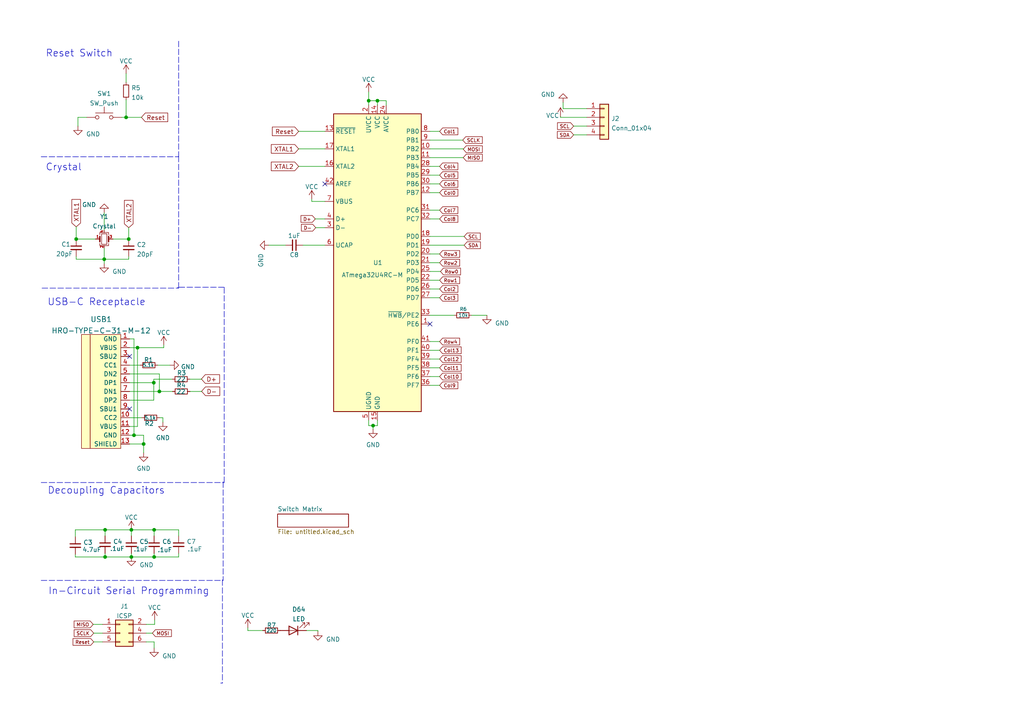
<source format=kicad_sch>
(kicad_sch (version 20211123) (generator eeschema)
  (paper "A4")
  (lib_symbols
    (symbol "Connector_Generic:Conn_01x04" (pin_names (offset 1.016) hide)
      (property "Reference" "J" (at 0 5.08 0))
      (property "Value" "Conn_01x04" (at 0 -7.62 0))
      (symbol "Conn_01x04_1_1"
        (rectangle (start -1.27 -4.953) (end 0 -5.207) (stroke (width 0.1524)))
        (rectangle (start -1.27 -2.413) (end 0 -2.667) (stroke (width 0.1524)))
        (rectangle (start -1.27 0.127) (end 0 -0.127) (stroke (width 0.1524)))
        (rectangle (start -1.27 2.667) (end 0 2.413) (stroke (width 0.1524)))
        (rectangle (start -1.27 3.81) (end 1.27 -6.35) (stroke (width 0.254)) (fill (type background)))
        (pin passive line (at -5.08 2.54 0) (length 3.81) (name "Pin_1") (number "1"))
        (pin passive line (at -5.08 0 0) (length 3.81) (name "Pin_2") (number "2"))
        (pin passive line (at -5.08 -2.54 0) (length 3.81) (name "Pin_3") (number "3"))
        (pin passive line (at -5.08 -5.08 0) (length 3.81) (name "Pin_4") (number "4"))
      )
    )
    (symbol "Connector_Generic:Conn_02x03_Odd_Even" (pin_names (offset 1.016) hide)
      (property "Reference" "J" (at 1.27 5.08 0))
      (property "Value" "Conn_02x03_Odd_Even" (at 1.27 -5.08 0))
      (symbol "Conn_02x03_Odd_Even_1_1"
        (rectangle (start -1.27 -2.413) (end 0 -2.667) (stroke (width 0.1524)))
        (rectangle (start -1.27 0.127) (end 0 -0.127) (stroke (width 0.1524)))
        (rectangle (start -1.27 2.667) (end 0 2.413) (stroke (width 0.1524)))
        (rectangle (start -1.27 3.81) (end 3.81 -3.81) (stroke (width 0.254)) (fill (type background)))
        (rectangle (start 3.81 -2.413) (end 2.54 -2.667) (stroke (width 0.1524)))
        (rectangle (start 3.81 0.127) (end 2.54 -0.127) (stroke (width 0.1524)))
        (rectangle (start 3.81 2.667) (end 2.54 2.413) (stroke (width 0.1524)))
        (pin passive line (at -5.08 2.54 0) (length 3.81) (name "Pin_1") (number "1"))
        (pin passive line (at 7.62 2.54 180) (length 3.81) (name "Pin_2") (number "2"))
        (pin passive line (at -5.08 0 0) (length 3.81) (name "Pin_3") (number "3"))
        (pin passive line (at 7.62 0 180) (length 3.81) (name "Pin_4") (number "4"))
        (pin passive line (at -5.08 -2.54 0) (length 3.81) (name "Pin_5") (number "5"))
        (pin passive line (at 7.62 -2.54 180) (length 3.81) (name "Pin_6") (number "6"))
      )
    )
    (symbol "Device:C_Small" (pin_numbers hide) (pin_names (offset 0.254) hide)
      (property "Reference" "C" (at 0.254 1.778 0))
      (property "Value" "C_Small" (at 0.254 -2.032 0))
      (symbol "C_Small_0_1"
        (polyline (pts (xy -1.524 -0.508) (xy 1.524 -0.508)) (stroke (width 0.3302)))
        (polyline (pts (xy -1.524 0.508) (xy 1.524 0.508)) (stroke (width 0.3048)))
      )
      (symbol "C_Small_1_1"
        (pin passive line (at 0 2.54 270) (length 2.032) (name "~") (number "1"))
        (pin passive line (at 0 -2.54 90) (length 2.032) (name "~") (number "2"))
      )
    )
    (symbol "Device:Crystal_GND24_Small" (pin_names (offset 1.016) hide)
      (property "Reference" "Y" (at 1.27 4.445 0))
      (property "Value" "Crystal_GND24_Small" (at 1.27 2.54 0))
      (symbol "Crystal_GND24_Small_0_1"
        (rectangle (start -0.762 -1.524) (end 0.762 1.524))
        (polyline (pts (xy -1.27 -0.762) (xy -1.27 0.762)) (stroke (width 0.381)))
        (polyline (pts (xy 1.27 -0.762) (xy 1.27 0.762)) (stroke (width 0.381)))
        (polyline (pts (xy -1.27 -1.27) (xy -1.27 -1.905) (xy 1.27 -1.905) (xy 1.27 -1.27)))
        (polyline (pts (xy -1.27 1.27) (xy -1.27 1.905) (xy 1.27 1.905) (xy 1.27 1.27)))
      )
      (symbol "Crystal_GND24_Small_1_1"
        (pin passive line (at -2.54 0 0) (length 1.27) (name "1") (number "1"))
        (pin passive line (at 0 -2.54 90) (length 0.635) (name "2") (number "2"))
        (pin passive line (at 2.54 0 180) (length 1.27) (name "3") (number "3"))
        (pin passive line (at 0 2.54 270) (length 0.635) (name "4") (number "4"))
      )
    )
    (symbol "Device:LED" (pin_numbers hide) (pin_names (offset 1.016) hide)
      (property "Reference" "D" (at 0 2.54 0))
      (property "Value" "LED" (at 0 -2.54 0))
      (symbol "LED_0_1"
        (polyline (pts (xy -1.27 -1.27) (xy -1.27 1.27)) (stroke (width 0.254)))
        (polyline (pts (xy -1.27 0) (xy 1.27 0)))
        (polyline (pts (xy 1.27 -1.27) (xy 1.27 1.27) (xy -1.27 0) (xy 1.27 -1.27)) (stroke (width 0.254)))
        (polyline (pts (xy -3.048 -0.762) (xy -4.572 -2.286) (xy -3.81 -2.286) (xy -4.572 -2.286) (xy -4.572 -1.524)))
        (polyline (pts (xy -1.778 -0.762) (xy -3.302 -2.286) (xy -2.54 -2.286) (xy -3.302 -2.286) (xy -3.302 -1.524)))
      )
      (symbol "LED_1_1"
        (pin passive line (at -3.81 0 0) (length 2.54) (name "K") (number "1"))
        (pin passive line (at 3.81 0 180) (length 2.54) (name "A") (number "2"))
      )
    )
    (symbol "Device:R_Small" (pin_numbers hide) (pin_names (offset 0.254) hide)
      (property "Reference" "R" (at 0.762 0.508 0))
      (property "Value" "R_Small" (at 0.762 -1.016 0))
      (symbol "R_Small_0_1"
        (rectangle (start -0.762 1.778) (end 0.762 -1.778) (stroke (width 0.2032)))
      )
      (symbol "R_Small_1_1"
        (pin passive line (at 0 2.54 270) (length 0.762) (name "~") (number "1"))
        (pin passive line (at 0 -2.54 90) (length 0.762) (name "~") (number "2"))
      )
    )
    (symbol "MCU_Microchip_ATmega:ATmega32U4RC-M"
      (property "Reference" "U" (at -12.7 44.45 0))
      (property "Value" "ATmega32U4RC-M" (at 2.54 -44.45 0))
      (symbol "ATmega32U4RC-M_0_1"
        (rectangle (start -12.7 -43.18) (end 12.7 43.18) (stroke (width 0.254)) (fill (type background)))
      )
      (symbol "ATmega32U4RC-M_1_1"
        (pin bidirectional line (at 15.24 -17.78 180) (length 2.54) (name "PE6") (number "1"))
        (pin bidirectional line (at 15.24 33.02 180) (length 2.54) (name "PB2") (number "10"))
        (pin bidirectional line (at 15.24 30.48 180) (length 2.54) (name "PB3") (number "11"))
        (pin bidirectional line (at 15.24 20.32 180) (length 2.54) (name "PB7") (number "12"))
        (pin input line (at -15.24 38.1 0) (length 2.54) (name "~{RESET}") (number "13"))
        (pin power_in line (at 0 45.72 270) (length 2.54) (name "VCC") (number "14"))
        (pin power_in line (at 0 -45.72 90) (length 2.54) (name "GND") (number "15"))
        (pin output line (at -15.24 27.94 0) (length 2.54) (name "XTAL2") (number "16"))
        (pin input line (at -15.24 33.02 0) (length 2.54) (name "XTAL1") (number "17"))
        (pin bidirectional line (at 15.24 7.62 180) (length 2.54) (name "PD0") (number "18"))
        (pin bidirectional line (at 15.24 5.08 180) (length 2.54) (name "PD1") (number "19"))
        (pin power_in line (at -2.54 45.72 270) (length 2.54) (name "UVCC") (number "2"))
        (pin bidirectional line (at 15.24 2.54 180) (length 2.54) (name "PD2") (number "20"))
        (pin bidirectional line (at 15.24 0 180) (length 2.54) (name "PD3") (number "21"))
        (pin bidirectional line (at 15.24 -5.08 180) (length 2.54) (name "PD5") (number "22"))
        (pin passive line (at 0 -45.72 90) (length 2.54) hide (name "GND") (number "23"))
        (pin power_in line (at 2.54 45.72 270) (length 2.54) (name "AVCC") (number "24"))
        (pin bidirectional line (at 15.24 -2.54 180) (length 2.54) (name "PD4") (number "25"))
        (pin bidirectional line (at 15.24 -7.62 180) (length 2.54) (name "PD6") (number "26"))
        (pin bidirectional line (at 15.24 -10.16 180) (length 2.54) (name "PD7") (number "27"))
        (pin bidirectional line (at 15.24 27.94 180) (length 2.54) (name "PB4") (number "28"))
        (pin bidirectional line (at 15.24 25.4 180) (length 2.54) (name "PB5") (number "29"))
        (pin bidirectional line (at -15.24 10.16 0) (length 2.54) (name "D-") (number "3"))
        (pin bidirectional line (at 15.24 22.86 180) (length 2.54) (name "PB6") (number "30"))
        (pin bidirectional line (at 15.24 15.24 180) (length 2.54) (name "PC6") (number "31"))
        (pin bidirectional line (at 15.24 12.7 180) (length 2.54) (name "PC7") (number "32"))
        (pin bidirectional line (at 15.24 -15.24 180) (length 2.54) (name "~{HWB}/PE2") (number "33"))
        (pin passive line (at 0 45.72 270) (length 2.54) hide (name "VCC") (number "34"))
        (pin passive line (at 0 -45.72 90) (length 2.54) hide (name "GND") (number "35"))
        (pin bidirectional line (at 15.24 -35.56 180) (length 2.54) (name "PF7") (number "36"))
        (pin bidirectional line (at 15.24 -33.02 180) (length 2.54) (name "PF6") (number "37"))
        (pin bidirectional line (at 15.24 -30.48 180) (length 2.54) (name "PF5") (number "38"))
        (pin bidirectional line (at 15.24 -27.94 180) (length 2.54) (name "PF4") (number "39"))
        (pin bidirectional line (at -15.24 12.7 0) (length 2.54) (name "D+") (number "4"))
        (pin bidirectional line (at 15.24 -25.4 180) (length 2.54) (name "PF1") (number "40"))
        (pin bidirectional line (at 15.24 -22.86 180) (length 2.54) (name "PF0") (number "41"))
        (pin passive line (at -15.24 22.86 0) (length 2.54) (name "AREF") (number "42"))
        (pin passive line (at 0 -45.72 90) (length 2.54) hide (name "GND") (number "43"))
        (pin passive line (at 2.54 45.72 270) (length 2.54) hide (name "AVCC") (number "44"))
        (pin passive line (at 0 -45.72 90) (length 2.54) hide (name "GND") (number "45"))
        (pin passive line (at -2.54 -45.72 90) (length 2.54) (name "UGND") (number "5"))
        (pin passive line (at -15.24 5.08 0) (length 2.54) (name "UCAP") (number "6"))
        (pin input line (at -15.24 17.78 0) (length 2.54) (name "VBUS") (number "7"))
        (pin bidirectional line (at 15.24 38.1 180) (length 2.54) (name "PB0") (number "8"))
        (pin bidirectional line (at 15.24 35.56 180) (length 2.54) (name "PB1") (number "9"))
      )
    )
    (symbol "Switch:SW_Push" (pin_numbers hide) (pin_names (offset 1.016) hide)
      (property "Reference" "SW" (at 1.27 2.54 0))
      (property "Value" "SW_Push" (at 0 -1.524 0))
      (symbol "SW_Push_0_1"
        (circle (center -2.032 0) (radius 0.508))
        (polyline (pts (xy 0 1.27) (xy 0 3.048)))
        (polyline (pts (xy 2.54 1.27) (xy -2.54 1.27)))
        (circle (center 2.032 0) (radius 0.508))
        (pin passive line (at -5.08 0 0) (length 2.54) (name "1") (number "1"))
        (pin passive line (at 5.08 0 180) (length 2.54) (name "2") (number "2"))
      )
    )
    (symbol "Type-C:HRO-TYPE-C-31-M-12" (pin_names (offset 1.016))
      (property "Reference" "USB1" (at -5.715 19.6439 0))
      (property "Value" "HRO-TYPE-C-31-M-12" (at -5.715 16.3649 0))
      (symbol "HRO-TYPE-C-31-M-12_0_1"
        (rectangle (start -11.43 15.24) (end -8.89 -17.78) (fill (type background)))
        (rectangle (start 0 -17.78) (end -8.89 15.24) (fill (type background)))
      )
      (symbol "HRO-TYPE-C-31-M-12_1_1"
        (pin input line (at 2.54 13.97 180) (length 2.54) (name "GND") (number "1"))
        (pin input line (at 2.54 -8.89 180) (length 2.54) (name "CC2") (number "10"))
        (pin power_out line (at 2.54 -11.43 180) (length 2.54) (name "VBUS") (number "11"))
        (pin power_out line (at 2.54 -13.97 180) (length 2.54) (name "GND") (number "12"))
        (pin input line (at 2.54 -16.51 180) (length 2.54) (name "SHIELD") (number "13"))
        (pin input line (at 2.54 11.43 180) (length 2.54) (name "VBUS") (number "2"))
        (pin input line (at 2.54 8.89 180) (length 2.54) (name "SBU2") (number "3"))
        (pin input line (at 2.54 6.35 180) (length 2.54) (name "CC1") (number "4"))
        (pin input line (at 2.54 3.81 180) (length 2.54) (name "DN2") (number "5"))
        (pin input line (at 2.54 1.27 180) (length 2.54) (name "DP1") (number "6"))
        (pin input line (at 2.54 -1.27 180) (length 2.54) (name "DN1") (number "7"))
        (pin input line (at 2.54 -3.81 180) (length 2.54) (name "DP2") (number "8"))
        (pin input line (at 2.54 -6.35 180) (length 2.54) (name "SBU1") (number "9"))
      )
    )
    (symbol "power:GND" (power) (pin_names (offset 0))
      (property "Value" "GND" (at 0 -3.81 0))
      (symbol "GND_0_1"
        (polyline (pts (xy 0 0) (xy 0 -1.27) (xy 1.27 -1.27) (xy 0 -2.54) (xy -1.27 -1.27) (xy 0 -1.27)))
      )
      (symbol "GND_1_1"
        (pin power_in line (at 0 0 270) (length 0) hide (name "GND") (number "1"))
      )
    )
    (symbol "power:VCC" (power) (pin_names (offset 0))
      (property "Value" "VCC" (at 0 3.81 0))
      (symbol "VCC_0_1"
        (polyline (pts (xy -0.762 1.27) (xy 0 2.54)))
        (polyline (pts (xy 0 0) (xy 0 2.54)))
        (polyline (pts (xy 0 2.54) (xy 0.762 1.27)))
      )
      (symbol "VCC_1_1"
        (pin power_in line (at 0 0 90) (length 0) hide (name "VCC") (number "1"))
      )
    )
  )
  (junction (at 44.704 153.67))
  (junction (at 44.704 161.544))
  (junction (at 109.474 29.21))
  (junction (at 38.1 153.67))
  (junction (at 38.862 126.238))
  (junction (at 46.228 113.538))
  (junction (at 44.6024 110.998))
  (junction (at 41.656 128.778))
  (junction (at 30.226 75.184))
  (junction (at 38.1 161.544))
  (junction (at 36.576 34.036))
  (junction (at 30.48 153.67))
  (junction (at 22.098 69.342))
  (junction (at 106.934 29.21))
  (junction (at 37.338 69.342))
  (junction (at 30.48 161.544))
  (junction (at 108.204 123.444))
  (junction (at 39.878 100.838))
  (no_connect (at 37.592 103.378))
  (no_connect (at 124.714 93.98))
  (no_connect (at 37.592 118.618))
  (no_connect (at 94.234 53.34))
  (wire (pts (xy 38.1 153.67) (xy 38.1 155.448)))
  (wire (pts (xy 37.592 121.158) (xy 41.148 121.158)))
  (wire (pts (xy 37.592 110.998) (xy 44.6024 110.998)))
  (wire (pts (xy 30.48 161.544) (xy 38.1 161.544)))
  (wire (pts (xy 92.202 182.88) (xy 92.202 183.134)))
  (wire (pts (xy 21.844 153.67) (xy 30.48 153.67)))
  (wire (pts (xy 109.474 123.444) (xy 108.204 123.444)))
  (wire (pts (xy 77.978 71.12) (xy 82.804 71.12)))
  (wire (pts (xy 44.8564 179.832) (xy 44.8564 181.102)))
  (wire (pts (xy 124.714 55.88) (xy 127.508 55.88)))
  (wire (pts (xy 44.704 187.96) (xy 44.704 186.182)))
  (wire (pts (xy 30.226 75.184) (xy 30.226 76.454)))
  (wire (pts (xy 58.42 109.982) (xy 58.42 109.9312)))
  (wire (pts (xy 124.714 91.44) (xy 131.699 91.44)))
  (wire (pts (xy 124.714 109.22) (xy 127.508 109.22)))
  (wire (pts (xy 37.592 123.698) (xy 39.878 123.698)))
  (wire (pts (xy 37.592 108.458) (xy 46.228 108.458)))
  (wire (pts (xy 124.714 99.06) (xy 127.508 99.06)))
  (wire (pts (xy 108.204 123.444) (xy 106.934 123.444)))
  (wire (pts (xy 27.178 183.642) (xy 29.718 183.642)))
  (polyline (pts (xy 64.516 168.148) (xy 64.516 198.12)))
  (wire (pts (xy 44.6024 110.998) (xy 44.6024 116.078)))
  (wire (pts (xy 30.48 161.544) (xy 30.48 160.528)))
  (wire (pts (xy 21.844 160.782) (xy 21.844 161.544)))
  (wire (pts (xy 39.878 100.838) (xy 47.498 100.838)))
  (polyline (pts (xy 11.938 168.3512) (xy 64.7192 168.3512)))
  (wire (pts (xy 162.56 34.036) (xy 162.56 33.782)))
  (wire (pts (xy 124.714 83.82) (xy 127.508 83.82)))
  (wire (pts (xy 22.606 34.036) (xy 25.146 34.036)))
  (wire (pts (xy 42.418 183.642) (xy 44.196 183.642)))
  (wire (pts (xy 47.244 121.158) (xy 47.244 122.428)))
  (wire (pts (xy 124.714 53.34) (xy 127.508 53.34)))
  (wire (pts (xy 22.098 74.422) (xy 22.098 75.184)))
  (wire (pts (xy 136.779 91.44) (xy 141.224 91.44)))
  (wire (pts (xy 106.934 123.444) (xy 106.934 121.92)))
  (wire (pts (xy 124.714 106.68) (xy 127.508 106.68)))
  (wire (pts (xy 30.226 71.882) (xy 30.226 75.184)))
  (wire (pts (xy 37.592 105.918) (xy 40.64 105.918)))
  (polyline (pts (xy 11.938 139.954) (xy 65.024 139.954)))
  (wire (pts (xy 27.178 186.182) (xy 29.718 186.182)))
  (wire (pts (xy 38.862 98.298) (xy 37.592 98.298)))
  (wire (pts (xy 109.474 121.92) (xy 109.474 123.444)))
  (wire (pts (xy 22.098 65.786) (xy 22.098 69.342)))
  (wire (pts (xy 46.228 108.458) (xy 46.228 113.538)))
  (wire (pts (xy 51.816 155.448) (xy 51.816 153.67)))
  (wire (pts (xy 88.9 182.88) (xy 92.202 182.88)))
  (wire (pts (xy 124.714 73.66) (xy 127.508 73.66)))
  (polyline (pts (xy 51.816 11.938) (xy 51.816 45.466)))
  (wire (pts (xy 37.338 75.184) (xy 30.226 75.184)))
  (wire (pts (xy 86.614 38.1) (xy 94.234 38.1)))
  (polyline (pts (xy 51.562 83.312) (xy 51.562 83.566)))
  (wire (pts (xy 108.204 124.46) (xy 108.204 123.444)))
  (wire (pts (xy 106.934 29.21) (xy 106.934 30.48)))
  (wire (pts (xy 21.844 161.544) (xy 30.48 161.544)))
  (wire (pts (xy 166.37 39.116) (xy 170.18 39.116)))
  (wire (pts (xy 44.704 161.544) (xy 51.816 161.544)))
  (wire (pts (xy 38.862 126.238) (xy 38.862 98.298)))
  (wire (pts (xy 22.098 69.342) (xy 27.686 69.342)))
  (polyline (pts (xy 64.008 198.12) (xy 64.516 198.12)))
  (wire (pts (xy 124.714 78.74) (xy 127.762 78.74)))
  (wire (pts (xy 124.714 68.58) (xy 134.62 68.58)))
  (wire (pts (xy 30.48 153.67) (xy 38.1 153.67)))
  (wire (pts (xy 44.704 161.544) (xy 44.704 160.528)))
  (wire (pts (xy 58.4708 113.538) (xy 58.4708 113.4872)))
  (wire (pts (xy 41.656 128.778) (xy 37.592 128.778)))
  (wire (pts (xy 44.704 186.182) (xy 42.418 186.182)))
  (wire (pts (xy 21.844 153.67) (xy 21.844 155.702)))
  (wire (pts (xy 36.576 34.036) (xy 36.576 28.956)))
  (wire (pts (xy 41.656 128.778) (xy 41.656 131.318)))
  (wire (pts (xy 46.228 113.538) (xy 50.038 113.538)))
  (wire (pts (xy 94.234 58.42) (xy 90.424 58.42)))
  (wire (pts (xy 37.592 113.538) (xy 46.228 113.538)))
  (wire (pts (xy 44.8564 181.102) (xy 42.418 181.102)))
  (wire (pts (xy 163.322 29.718) (xy 163.322 31.496)))
  (wire (pts (xy 27.0256 181.102) (xy 29.718 181.102)))
  (wire (pts (xy 124.714 104.14) (xy 127.508 104.14)))
  (wire (pts (xy 124.714 60.96) (xy 127.508 60.96)))
  (wire (pts (xy 44.6024 109.982) (xy 44.6024 110.998)))
  (wire (pts (xy 47.498 100.838) (xy 47.498 100.076)))
  (wire (pts (xy 91.44 63.5) (xy 94.234 63.5)))
  (wire (pts (xy 124.714 45.72) (xy 134.366 45.72)))
  (wire (pts (xy 55.0672 109.982) (xy 58.42 109.982)))
  (wire (pts (xy 41.656 126.238) (xy 41.656 128.778)))
  (wire (pts (xy 124.714 71.12) (xy 134.62 71.12)))
  (wire (pts (xy 39.878 100.838) (xy 39.878 123.698)))
  (wire (pts (xy 30.48 155.448) (xy 30.48 153.67)))
  (wire (pts (xy 51.816 161.544) (xy 51.816 160.528)))
  (wire (pts (xy 22.606 36.576) (xy 22.606 34.036)))
  (polyline (pts (xy 64.7192 139.7508) (xy 64.7192 168.3512)))
  (wire (pts (xy 30.226 61.6966) (xy 30.226 66.802)))
  (wire (pts (xy 124.714 86.36) (xy 127.508 86.36)))
  (wire (pts (xy 166.37 36.576) (xy 170.18 36.576)))
  (wire (pts (xy 37.338 74.422) (xy 37.338 75.184)))
  (wire (pts (xy 87.884 71.12) (xy 94.234 71.12)))
  (wire (pts (xy 37.338 66.04) (xy 37.338 69.342)))
  (wire (pts (xy 22.098 75.184) (xy 30.226 75.184)))
  (wire (pts (xy 170.18 34.036) (xy 162.56 34.036)))
  (wire (pts (xy 90.424 58.42) (xy 90.424 57.785)))
  (wire (pts (xy 45.72 105.918) (xy 49.276 105.918)))
  (wire (pts (xy 91.567 66.04) (xy 94.234 66.04)))
  (wire (pts (xy 44.704 153.67) (xy 51.816 153.67)))
  (wire (pts (xy 38.1 161.544) (xy 44.704 161.544)))
  (wire (pts (xy 124.714 43.18) (xy 134.366 43.18)))
  (wire (pts (xy 134.366 43.18) (xy 134.366 43.2816)))
  (wire (pts (xy 38.1 160.528) (xy 38.1 161.544)))
  (wire (pts (xy 124.714 111.76) (xy 127.508 111.76)))
  (wire (pts (xy 49.9872 109.982) (xy 44.6024 109.982)))
  (wire (pts (xy 124.714 81.28) (xy 127.508 81.28)))
  (wire (pts (xy 44.704 155.448) (xy 44.704 153.67)))
  (wire (pts (xy 163.322 31.496) (xy 170.18 31.496)))
  (wire (pts (xy 86.614 48.26) (xy 94.234 48.26)))
  (wire (pts (xy 37.592 116.078) (xy 44.6024 116.078)))
  (wire (pts (xy 37.592 100.838) (xy 39.878 100.838)))
  (wire (pts (xy 109.474 29.21) (xy 106.934 29.21)))
  (wire (pts (xy 124.714 50.8) (xy 127.508 50.8)))
  (wire (pts (xy 71.882 182.88) (xy 71.882 182.118)))
  (wire (pts (xy 55.118 113.538) (xy 58.4708 113.538)))
  (wire (pts (xy 124.714 101.6) (xy 127.508 101.6)))
  (wire (pts (xy 86.614 43.18) (xy 94.234 43.18)))
  (wire (pts (xy 32.766 69.342) (xy 37.338 69.342)))
  (wire (pts (xy 36.576 21.336) (xy 36.576 23.876)))
  (wire (pts (xy 124.714 63.5) (xy 127.508 63.5)))
  (wire (pts (xy 46.228 121.158) (xy 47.244 121.158)))
  (wire (pts (xy 76.2 182.88) (xy 71.882 182.88)))
  (wire (pts (xy 38.862 126.238) (xy 41.656 126.238)))
  (wire (pts (xy 109.474 29.21) (xy 109.474 30.48)))
  (wire (pts (xy 106.934 26.67) (xy 106.934 29.21)))
  (wire (pts (xy 109.474 29.21) (xy 112.014 29.21)))
  (wire (pts (xy 124.714 38.1) (xy 127.508 38.1)))
  (polyline (pts (xy 51.816 83.566) (xy 51.816 45.212)))
  (wire (pts (xy 112.014 29.21) (xy 112.014 30.48)))
  (wire (pts (xy 35.306 34.036) (xy 36.576 34.036)))
  (polyline (pts (xy 65.024 83.312) (xy 51.562 83.312)))
  (wire (pts (xy 38.1 153.67) (xy 44.704 153.67)))
  (wire (pts (xy 124.714 48.26) (xy 127.508 48.26)))
  (wire (pts (xy 124.714 40.64) (xy 134.2136 40.64)))
  (wire (pts (xy 37.592 126.238) (xy 38.862 126.238)))
  (polyline (pts (xy 12.192 83.566) (xy 51.816 83.566)))
  (polyline (pts (xy 11.938 45.466) (xy 51.816 45.466)))
  (wire (pts (xy 124.714 76.2) (xy 127.508 76.2)))
  (wire (pts (xy 36.576 34.036) (xy 41.021 34.036)))
  (polyline (pts (xy 65.024 139.954) (xy 65.024 83.312)))
  (text "USB-C Receptacle" (at 13.716 88.9 0) (effects (font (size 2 2)) (justify left bottom)))
  (text "Decoupling Capacitors" (at 13.7668 143.5608 0) (effects (font (size 2 2)) (justify left bottom)))
  (text "Crystal" (at 13.208 49.784 0) (effects (font (size 2 2)) (justify left bottom)))
  (text "In-Circuit Serial Programming" (at 13.97 172.72 0) (effects (font (size 2 2)) (justify left bottom)))
  (text "Reset Switch" (at 13.208 16.764 0) (effects (font (size 2 2)) (justify left bottom)))
  (global_label "SCLK" (shape input) (at 27.178 183.642 180) (effects (font (size 1 1))) (property "Intersheet References" "${INTERSHEET_REFS}" (effects hide)))
  (global_label "Col6" (shape input) (at 127.508 53.34 0) (effects (font (size 1 1))) (property "Intersheet References" "${INTERSHEET_REFS}" (effects hide)))
  (global_label "SDA" (shape input) (at 134.62 71.12 0) (effects (font (size 1 1))) (property "Intersheet References" "${INTERSHEET_REFS}" (effects hide)))
  (global_label "Reset" (shape input) (at 41.021 34.036 0) (property "Intersheet References" "${INTERSHEET_REFS}" (effects hide)))
  (global_label "Col2" (shape input) (at 127.508 83.82 0) (effects (font (size 1 1))) (property "Intersheet References" "${INTERSHEET_REFS}" (effects hide)))
  (global_label "XTAL2" (shape input) (at 37.338 66.04 90) (property "Intersheet References" "${INTERSHEET_REFS}" (effects hide)))
  (global_label "XTAL2" (shape input) (at 86.614 48.26 180) (property "Intersheet References" "${INTERSHEET_REFS}" (effects hide)))
  (global_label "SDA" (shape input) (at 166.37 39.116 180) (effects (font (size 1 1))) (property "Intersheet References" "${INTERSHEET_REFS}" (effects hide)))
  (global_label "Col12" (shape input) (at 127.508 104.14 0) (effects (font (size 1 1))) (property "Intersheet References" "${INTERSHEET_REFS}" (effects hide)))
  (global_label "MISO" (shape input) (at 134.366 45.72 0) (effects (font (size 1 1))) (property "Intersheet References" "${INTERSHEET_REFS}" (effects hide)))
  (global_label "Row2" (shape input) (at 127.508 76.2 0) (effects (font (size 1 1))) (property "Intersheet References" "${INTERSHEET_REFS}" (effects hide)))
  (global_label "Col10" (shape input) (at 127.508 109.22 0) (effects (font (size 1 1))) (property "Intersheet References" "${INTERSHEET_REFS}" (effects hide)))
  (global_label "Reset" (shape input) (at 27.178 186.182 180) (effects (font (size 1 1))) (property "Intersheet References" "${INTERSHEET_REFS}" (effects hide)))
  (global_label "Col5" (shape input) (at 127.508 50.8 0) (effects (font (size 1 1))) (property "Intersheet References" "${INTERSHEET_REFS}" (effects hide)))
  (global_label "D-" (shape input) (at 58.4708 113.4872 0) (property "Intersheet References" "${INTERSHEET_REFS}" (effects hide)))
  (global_label "Col4" (shape input) (at 127.508 48.26 0) (effects (font (size 1 1))) (property "Intersheet References" "${INTERSHEET_REFS}" (effects hide)))
  (global_label "D-" (shape input) (at 91.567 66.04 180) (effects (font (size 1 1))) (property "Intersheet References" "${INTERSHEET_REFS}" (effects hide)))
  (global_label "MOSI" (shape input) (at 134.366 43.2816 0) (effects (font (size 1 1))) (property "Intersheet References" "${INTERSHEET_REFS}" (effects hide)))
  (global_label "MISO" (shape input) (at 27.0256 181.102 180) (effects (font (size 1 1))) (property "Intersheet References" "${INTERSHEET_REFS}" (effects hide)))
  (global_label "XTAL1" (shape input) (at 86.614 43.18 180) (property "Intersheet References" "${INTERSHEET_REFS}" (effects hide)))
  (global_label "SCL" (shape input) (at 166.37 36.576 180) (effects (font (size 1 1))) (property "Intersheet References" "${INTERSHEET_REFS}" (effects hide)))
  (global_label "Col8" (shape input) (at 127.508 63.5 0) (effects (font (size 1 1))) (property "Intersheet References" "${INTERSHEET_REFS}" (effects hide)))
  (global_label "Row3" (shape input) (at 127.508 73.66 0) (effects (font (size 1 1))) (property "Intersheet References" "${INTERSHEET_REFS}" (effects hide)))
  (global_label "Row0" (shape input) (at 127.762 78.74 0) (effects (font (size 1 1))) (property "Intersheet References" "${INTERSHEET_REFS}" (effects hide)))
  (global_label "Col3" (shape input) (at 127.508 86.36 0) (effects (font (size 1 1))) (property "Intersheet References" "${INTERSHEET_REFS}" (effects hide)))
  (global_label "Col0" (shape input) (at 127.508 55.88 0) (effects (font (size 1 1))) (property "Intersheet References" "${INTERSHEET_REFS}" (effects hide)))
  (global_label "SCL" (shape input) (at 134.62 68.58 0) (effects (font (size 1 1))) (property "Intersheet References" "${INTERSHEET_REFS}" (effects hide)))
  (global_label "Row1" (shape input) (at 127.508 81.28 0) (effects (font (size 1 1))) (property "Intersheet References" "${INTERSHEET_REFS}" (effects hide)))
  (global_label "Reset" (shape input) (at 86.614 38.1 180) (property "Intersheet References" "${INTERSHEET_REFS}" (effects hide)))
  (global_label "D+" (shape input) (at 91.44 63.5 180) (effects (font (size 1 1))) (property "Intersheet References" "${INTERSHEET_REFS}" (effects hide)))
  (global_label "SCLK" (shape input) (at 134.2136 40.64 0) (effects (font (size 1 1))) (property "Intersheet References" "${INTERSHEET_REFS}" (effects hide)))
  (global_label "Row4" (shape input) (at 127.508 99.06 0) (effects (font (size 1 1))) (property "Intersheet References" "${INTERSHEET_REFS}" (effects hide)))
  (global_label "Col1" (shape input) (at 127.508 38.1 0) (effects (font (size 1 1))) (property "Intersheet References" "${INTERSHEET_REFS}" (effects hide)))
  (global_label "MOSI" (shape input) (at 44.196 183.642 0) (effects (font (size 1 1))) (property "Intersheet References" "${INTERSHEET_REFS}" (effects hide)))
  (global_label "Col13" (shape input) (at 127.508 101.6 0) (effects (font (size 1 1))) (property "Intersheet References" "${INTERSHEET_REFS}" (effects hide)))
  (global_label "Col9" (shape input) (at 127.508 111.76 0) (effects (font (size 1 1))) (property "Intersheet References" "${INTERSHEET_REFS}" (effects hide)))
  (global_label "Col11" (shape input) (at 127.508 106.68 0) (effects (font (size 1 1))) (property "Intersheet References" "${INTERSHEET_REFS}" (effects hide)))
  (global_label "D+" (shape input) (at 58.42 109.9312 0) (property "Intersheet References" "${INTERSHEET_REFS}" (effects hide)))
  (global_label "XTAL1" (shape input) (at 22.098 65.786 90) (property "Intersheet References" "${INTERSHEET_REFS}" (effects hide)))
  (global_label "Col7" (shape input) (at 127.508 60.96 0) (effects (font (size 1 1))) (property "Intersheet References" "${INTERSHEET_REFS}" (effects hide)))
  (symbol (lib_id "power:GND") (at 47.244 122.428 0) (unit 1)
    (property "Reference" "#PWR0116" (effects hide))
    (property "Value" "GND" (at 47.244 126.9905 0))
  )
  (symbol (lib_id "Device:C_Small") (at 22.098 71.882 0) (unit 1)
    (property "Reference" "C1" (at 17.78 70.866 0) (effects (justify left)))
    (property "Value" "20pF" (at 16.256 73.66 0) (effects (justify left)))
    (property "Footprint" "Capacitor_SMD:C_0402_1005Metric" (effects hide))
  )
  (symbol (lib_id "Device:Crystal_GND24_Small") (at 30.226 69.342 0) (unit 1)
    (property "Reference" "Y1" (at 30.226 62.8101 0))
    (property "Value" "Crystal" (at 30.226 65.5852 0))
    (property "Footprint" "Crystal:Crystal_SMD_3225-4Pin_3.2x2.5mm" (effects hide))
  )
  (symbol (lib_id "Type-C:HRO-TYPE-C-31-M-12") (at 35.052 112.268 0) (unit 1)
    (property "Reference" "USB1" (at 29.337 92.6241 0) (effects (font (size 1.524 1.524))))
    (property "Value" "HRO-TYPE-C-31-M-12" (at 29.337 95.9031 0) (effects (font (size 1.524 1.524))))
    (property "Footprint" "Type-C:HRO-TYPE-C-31-M-12-Assembly" (effects hide))
  )
  (symbol (lib_id "power:GND") (at 30.226 76.454 0) (unit 1)
    (property "Reference" "#PWR0101" (effects hide))
    (property "Value" "GND" (at 34.6202 78.7654 0))
  )
  (symbol (lib_id "power:VCC") (at 36.576 21.336 0) (unit 1)
    (property "Reference" "#PWR0106" (effects hide))
    (property "Value" "VCC" (at 36.576 17.7315 0))
  )
  (symbol (lib_id "Device:R_Small") (at 43.688 121.158 90) (unit 1)
    (property "Reference" "R2" (at 44.6532 122.8344 90) (effects (justify left)))
    (property "Value" "5.1k" (at 45.212 121.158 90) (effects (font (size 1 1)) (justify left)))
    (property "Footprint" "Resistor_SMD:R_0402_1005Metric" (effects hide))
  )
  (symbol (lib_id "power:GND") (at 92.202 183.134 0) (unit 1)
    (property "Reference" "#PWR0115" (effects hide))
    (property "Value" "GND" (at 96.5962 185.4454 0))
  )
  (symbol (lib_id "Device:R_Small") (at 43.18 105.918 90) (unit 1)
    (property "Reference" "R1" (at 44.45 104.394 90) (effects (justify left)))
    (property "Value" "5.1k" (at 44.704 105.918 90) (effects (font (size 1 1)) (justify left)))
    (property "Footprint" "Resistor_SMD:R_0402_1005Metric" (effects hide))
  )
  (symbol (lib_id "power:VCC") (at 162.56 33.782 0) (unit 1)
    (property "Reference" "#PWR0118" (effects hide))
    (property "Value" "VCC" (at 160.274 33.528 0))
  )
  (symbol (lib_id "Device:R_Small") (at 52.5272 109.982 90) (unit 1)
    (property "Reference" "R3" (at 52.6542 108.1786 90))
    (property "Value" "22" (at 52.5526 109.982 90))
    (property "Footprint" "Resistor_SMD:R_0402_1005Metric" (effects hide))
  )
  (symbol (lib_id "power:VCC") (at 44.8564 179.832 0) (unit 1)
    (property "Reference" "#PWR0114" (effects hide))
    (property "Value" "VCC" (at 44.8564 176.2275 0))
  )
  (symbol (lib_id "Device:C_Small") (at 51.816 157.988 0) (unit 1)
    (property "Reference" "C7" (at 54.1401 157.0858 0) (effects (justify left)))
    (property "Value" ".1uF" (at 54.356 159.258 0) (effects (justify left)))
    (property "Footprint" "Capacitor_SMD:C_0402_1005Metric" (effects hide))
  )
  (symbol (lib_id "power:GND") (at 22.606 36.576 0) (unit 1)
    (property "Reference" "#PWR0103" (effects hide))
    (property "Value" "GND" (at 27.0002 38.8874 0))
  )
  (symbol (lib_id "power:VCC") (at 71.882 182.118 0) (unit 1)
    (property "Reference" "#PWR0111" (effects hide))
    (property "Value" "VCC" (at 71.882 178.5135 0))
  )
  (symbol (lib_id "power:VCC") (at 38.1 153.67 0) (unit 1)
    (property "Reference" "#PWR0110" (effects hide))
    (property "Value" "VCC" (at 38.1 150.0655 0))
  )
  (symbol (lib_id "Device:C_Small") (at 38.1 157.988 0) (unit 1)
    (property "Reference" "C5" (at 40.4241 157.0858 0) (effects (justify left)))
    (property "Value" ".1uF" (at 38.735 159.258 0) (effects (justify left)))
    (property "Footprint" "Capacitor_SMD:C_0402_1005Metric" (effects hide))
  )
  (symbol (lib_id "power:GND") (at 49.276 105.918 90) (unit 1)
    (property "Reference" "#PWR0107" (effects hide))
    (property "Value" "GND" (at 52.451 106.397 90) (effects (justify right)))
  )
  (symbol (lib_id "Device:C_Small") (at 37.338 71.882 0) (unit 1)
    (property "Reference" "C2" (at 39.6621 70.9798 0) (effects (justify left)))
    (property "Value" "20pF" (at 39.6621 73.7549 0) (effects (justify left)))
    (property "Footprint" "Capacitor_SMD:C_0402_1005Metric" (effects hide))
  )
  (symbol (lib_id "Connector_Generic:Conn_02x03_Odd_Even") (at 34.798 183.642 0) (unit 1)
    (property "Reference" "J1" (at 36.068 175.8655 0))
    (property "Value" "ICSP" (at 36.068 178.6406 0))
    (property "Footprint" "Connector_PinHeader_2.54mm:PinHeader_2x03_P2.54mm_Vertical" (effects hide))
  )
  (symbol (lib_id "MCU_Microchip_ATmega:ATmega32U4RC-M") (at 109.474 76.2 0) (unit 1)
    (property "Reference" "U1" (at 108.204 76.2 0) (effects (justify left)))
    (property "Value" "ATmega32U4RC-M" (at 99.06 79.756 0) (effects (justify left)))
    (property "Footprint" "Package_DFN_QFN:QFN-44-1EP_7x7mm_P0.5mm_EP5.2x5.2mm" (effects hide))
    (property "Datasheet" "http://ww1.microchip.com/downloads/en/DeviceDoc/Atmel-7766-8-bit-AVR-ATmega16U4-32U4_Datasheet.pdf" (effects hide))
  )
  (symbol (lib_id "Device:LED") (at 85.09 182.88 180) (unit 1)
    (property "Reference" "D64" (at 86.6775 176.7545 0))
    (property "Value" "LED" (at 86.6775 179.5296 0))
    (property "Footprint" "LED_THT:LED_D3.0mm_Clear" (effects hide))
  )
  (symbol (lib_id "Device:C_Small") (at 44.704 157.988 0) (unit 1)
    (property "Reference" "C6" (at 47.0281 157.0858 0) (effects (justify left)))
    (property "Value" ".1uF" (at 45.6692 159.4866 0) (effects (justify left)))
    (property "Footprint" "Capacitor_SMD:C_0402_1005Metric" (effects hide))
  )
  (symbol (lib_id "power:GND") (at 30.226 61.6966 180) (unit 1)
    (property "Reference" "#PWR0104" (effects hide))
    (property "Value" "GND" (at 25.8318 59.3852 0))
  )
  (symbol (lib_id "power:VCC") (at 47.498 100.076 0) (unit 1)
    (property "Reference" "#PWR0120" (effects hide))
    (property "Value" "VCC" (at 47.498 96.4715 0))
  )
  (symbol (lib_id "power:GND") (at 141.224 91.44 0) (unit 1)
    (property "Reference" "#PWR0119" (effects hide))
    (property "Value" "GND" (at 145.6182 93.7514 0))
  )
  (symbol (lib_id "power:VCC") (at 90.424 57.785 0) (unit 1)
    (property "Reference" "#PWR0108" (effects hide))
    (property "Value" "VCC" (at 90.424 54.1805 0))
  )
  (symbol (lib_id "Switch:SW_Push") (at 30.226 34.036 0) (unit 1)
    (property "Reference" "SW1" (at 30.226 27.1485 0))
    (property "Value" "SW_Push" (at 30.226 29.9236 0))
    (property "Footprint" "Button_Switch_THT:SW_PUSH_6mm" (effects hide))
  )
  (symbol (lib_id "Device:R_Small") (at 134.239 91.44 90) (unit 1)
    (property "Reference" "R6" (at 134.366 89.662 90) (effects (font (size 1 1))))
    (property "Value" "10k" (at 134.366 91.44 90) (effects (font (size 1 1))))
    (property "Footprint" "Resistor_SMD:R_0402_1005Metric" (effects hide))
  )
  (symbol (lib_id "power:GND") (at 108.204 124.46 0) (unit 1)
    (property "Reference" "#PWR0105" (effects hide))
    (property "Value" "GND" (at 108.204 129.0225 0))
  )
  (symbol (lib_id "power:VCC") (at 106.934 26.67 0) (unit 1)
    (property "Reference" "#PWR0121" (effects hide))
    (property "Value" "VCC" (at 106.934 23.0655 0))
  )
  (symbol (lib_id "Device:R_Small") (at 36.576 26.416 180) (unit 1)
    (property "Reference" "R5" (at 38.0746 25.5075 0) (effects (justify right)))
    (property "Value" "10k" (at 38.0746 28.2826 0) (effects (justify right)))
    (property "Footprint" "Resistor_THT:R_Axial_DIN0204_L3.6mm_D1.6mm_P5.08mm_Horizontal" (effects hide))
  )
  (symbol (lib_id "Device:C_Small") (at 21.844 158.242 0) (unit 1)
    (property "Reference" "C3" (at 24.1681 157.3398 0) (effects (justify left)))
    (property "Value" "4.7uF" (at 23.8937 159.4354 0) (effects (justify left)))
    (property "Footprint" "Capacitor_THT:C_Disc_D4.3mm_W1.9mm_P5.00mm" (effects hide))
  )
  (symbol (lib_id "power:GND") (at 38.1 161.544 0) (unit 1)
    (property "Reference" "#PWR0112" (effects hide))
    (property "Value" "GND" (at 42.4942 163.8554 0))
  )
  (symbol (lib_id "Connector_Generic:Conn_01x04") (at 175.26 34.036 0) (unit 1)
    (property "Reference" "J2" (at 177.292 34.3975 0) (effects (justify left)))
    (property "Value" "Conn_01x04" (at 177.292 37.1726 0) (effects (justify left)))
    (property "Footprint" "Connector_PinHeader_2.54mm:PinHeader_1x04_P2.54mm_Vertical" (effects hide))
  )
  (symbol (lib_id "Device:C_Small") (at 85.344 71.12 270) (unit 1)
    (property "Reference" "C8" (at 85.344 73.914 90))
    (property "Value" "1uF" (at 85.3376 68.3665 90))
    (property "Footprint" "Capacitor_SMD:C_0402_1005Metric" (effects hide))
  )
  (symbol (lib_id "power:GND") (at 77.978 71.12 270) (unit 1)
    (property "Reference" "#PWR0102" (effects hide))
    (property "Value" "GND" (at 75.6666 75.5142 0))
  )
  (symbol (lib_id "power:GND") (at 163.322 29.718 180) (unit 1)
    (property "Reference" "#PWR0117" (effects hide))
    (property "Value" "GND" (at 158.9278 27.4066 0))
  )
  (symbol (lib_id "power:GND") (at 44.704 187.96 0) (unit 1)
    (property "Reference" "#PWR0109" (effects hide))
    (property "Value" "GND" (at 49.0982 190.2714 0))
  )
  (symbol (lib_id "Device:R_Small") (at 52.578 113.538 90) (unit 1)
    (property "Reference" "R4" (at 52.578 111.7346 90))
    (property "Value" "22" (at 52.5018 113.5888 90))
    (property "Footprint" "Resistor_SMD:R_0402_1005Metric" (effects hide))
  )
  (symbol (lib_id "power:GND") (at 41.656 131.318 0) (unit 1)
    (property "Reference" "#PWR0113" (effects hide))
    (property "Value" "GND" (at 41.656 135.8805 0))
  )
  (symbol (lib_id "Device:C_Small") (at 30.48 157.988 0) (unit 1)
    (property "Reference" "C4" (at 32.8041 157.0858 0) (effects (justify left)))
    (property "Value" ".1uF" (at 31.877 159.131 0) (effects (justify left)))
    (property "Footprint" "Capacitor_SMD:C_0402_1005Metric" (effects hide))
  )
  (symbol (lib_id "Device:R_Small") (at 78.74 182.88 90) (unit 1)
    (property "Reference" "R7" (at 78.74 181.356 90))
    (property "Value" "220" (at 78.74 182.88 90) (effects (font (size 1 1))))
    (property "Footprint" "Resistor_THT:R_Axial_DIN0204_L3.6mm_D1.6mm_P5.08mm_Horizontal" (effects hide))
  )
  (sheet (at 80.518 149.098) (size 20.574 3.81) (stroke (width 0.1524))
    (property "Sheet name" "Switch Matrix" (at 80.518 148.3864 0) (effects (justify left bottom)))
    (property "Sheet file" "untitled.kicad_sch" (at 80.518 153.4926 0) (effects (justify left top)))
  )
)
</source>
